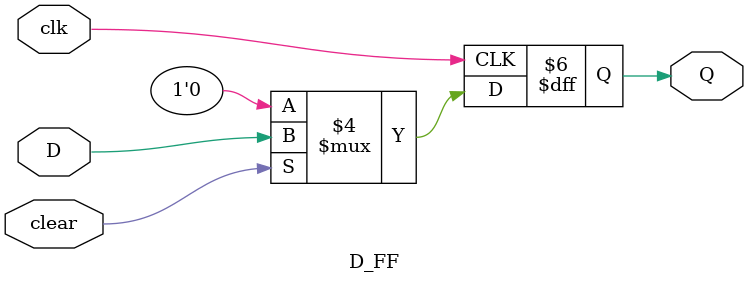
<source format=v>
`timescale 1ns / 1ns
module Shift_Register_Circuit(o_par,i_par,s1,s0,msb,lsb,clk,clear);
output [3:0] o_par;
input [3:0] i_par;
input s1,s0,msb,lsb,clk,clear;
assign select={s1,s0};//////
stage st0(o_par[0],o_par[1],lsb,i_par[0],o_par[0],select,clk,clear);
stage st1(o_par[1],o_par[2],o_par[0],i_par[1],o_par[1],select,clk,clear);
stage st2(o_par[2],o_par[3],o_par[1],i_par[2],o_par[2],select,clk,clear);
stage st3(o_par[3],msb,o_par[2],i_par[3],o_par[3],select,clk,clear);
endmodule
module stage(i0,i1,i2,i3,Q,select,clk,clear);
input i0,i1,i2,i3;
output Q;
input [1:0]select;
input clk,clear;
wire mux_out;
mux_4x1 model0(mux_out,i0,i1,i2,i3,select);
D_FF model1(Q,mux_out,clk,clear);
endmodule
module mux_4x1(mux_out,i0,i1,i2,i3,select);
output mux_out;
input i0,i1,i2,i3;
input [1:0] select;
reg  mux_out;
always@(select,i0,i1,i2,i3)
    case(select)
    2'b00: mux_out=i0;
    2'b01: mux_out=i1;
    2'b10: mux_out=i2;
    2'b11: mux_out=i3;
    endcase
endmodule
module D_FF(Q,D,clk,clear);
output Q;
input D,clk,clear;
reg Q;
always@(posedge clk)
if(!clear) Q<=1'b0;
else Q<=D;
endmodule

</source>
